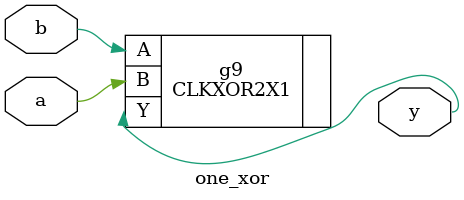
<source format=v>


// Verification Directory fv/one_xor 

module one_xor(a, b, y);
  input a, b;
  output y;
  wire a, b;
  wire y;
  CLKXOR2X1 g9(.A (b), .B (a), .Y (y));
endmodule


</source>
